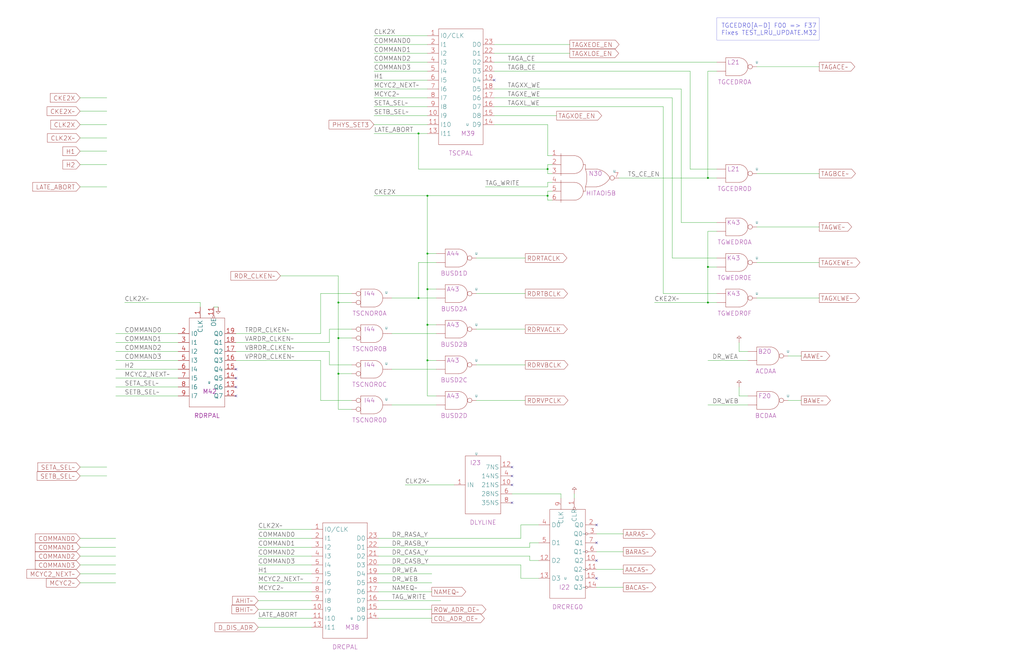
<source format=kicad_sch>
(kicad_sch (version 20220404) (generator eeschema)
  (paper "User" 584.2 378.46)
  (title_block (title "CONTROL\\nTAGSTORE CONTROL\\nRDR CLOCK GENERATION") (date "08-MAR-90") (rev "0.0") (comment 1 "MEM32 BOARD") (comment 2 "232-003066") (comment 3 "S400") (comment 4 "RELEASED"))
  (lib_symbols
    (symbol "r1000:DLY_35" (pin_names (offset 1.016))
      (property "Reference" "U" (at 2.54 5.08 0))
      (property "Value" "DLY_35" (at -1.27 -27.94 0))
      (property "Location" "___" (at -1.27 0 0))
      (property "Name" "______" (at 6.35 -35.56 0))
      (symbol "DLY_35_1_1"
        (rectangle (start -3.81 3.81) (end 16.51 -29.21))
        (pin input line (at -10.16 -12.7 0) (length 6.35) (name "IN") (number "1"))
        (pin output line (at 22.86 -12.7 180) (length 6.35) (name "21NS") (number "10"))
        (pin output line (at 22.86 -2.54 180) (length 6.35) (name "7NS") (number "12"))
        (pin output line (at 22.86 -7.62 180) (length 6.35) (name "14NS") (number "4"))
        (pin output line (at 22.86 -17.78 180) (length 6.35) (name "28NS") (number "6"))
        (pin output line (at 22.86 -22.86 180) (length 6.35) (name "35NS") (number "8"))
      )
    )
    (symbol "r1000:DRCPAL" (pin_names (offset 1.016))
      (property "Reference" "U" (at 2.54 5.08 0))
      (property "Value" "DRCPAL" (at -11.43 -5.08 0))
      (property "Location" "___" (at -1.27 0 0))
      (property "Name" "______" (at -1.27 -12.7 0))
      (symbol "DRCPAL_1_1"
        (rectangle (start -13.97 59.69) (end 11.43 -6.35))
        (pin input line (at -20.32 55.88 0) (length 6.35) (name "I0/CLK") (number "1"))
        (pin input line (at -20.32 10.16 0) (length 6.35) (name "I9") (number "10"))
        (pin input line (at -20.32 5.08 0) (length 6.35) (name "I10") (number "11"))
        (pin input line (at -20.32 0 0) (length 6.35) (name "I11") (number "13"))
        (pin output line (at 17.78 5.08 180) (length 6.35) (name "D9") (number "14"))
        (pin output line (at 17.78 10.16 180) (length 6.35) (name "D8") (number "15"))
        (pin output line (at 17.78 15.24 180) (length 6.35) (name "D7") (number "16"))
        (pin output line (at 17.78 20.32 180) (length 6.35) (name "D6") (number "17"))
        (pin output line (at 17.78 25.4 180) (length 6.35) (name "D5") (number "18"))
        (pin output line (at 17.78 30.48 180) (length 6.35) (name "D4") (number "19"))
        (pin input line (at -20.32 50.8 0) (length 6.35) (name "I1") (number "2"))
        (pin output line (at 17.78 35.56 180) (length 6.35) (name "D3") (number "20"))
        (pin output line (at 17.78 40.64 180) (length 6.35) (name "D2") (number "21"))
        (pin output line (at 17.78 45.72 180) (length 6.35) (name "D1") (number "22"))
        (pin output line (at 17.78 50.8 180) (length 6.35) (name "D0") (number "23"))
        (pin input line (at -20.32 45.72 0) (length 6.35) (name "I2") (number "3"))
        (pin input line (at -20.32 40.64 0) (length 6.35) (name "I3") (number "4"))
        (pin input line (at -20.32 35.56 0) (length 6.35) (name "I4") (number "5"))
        (pin input line (at -20.32 30.48 0) (length 6.35) (name "I5") (number "6"))
        (pin input line (at -20.32 25.4 0) (length 6.35) (name "I6") (number "7"))
        (pin input line (at -20.32 20.32 0) (length 6.35) (name "I7") (number "8"))
        (pin input line (at -20.32 15.24 0) (length 6.35) (name "I8") (number "9"))
      )
    )
    (symbol "r1000:F00" (pin_numbers hide) (pin_names hide)
      (property "Reference" "U" (at 15.24 0 0))
      (property "Value" "F00" (at 1.905 -5.08 0))
      (property "Location" "___" (at 1.905 0 0))
      (property "Name" "______" (at 2.54 -12.7 0))
      (symbol "F00_0_1"
        (polyline (pts (xy -2.54 -7.62) (xy 5.08 -7.62)) (stroke (width 0.1524)))
        (polyline (pts (xy -2.54 2.54) (xy -2.54 -7.62)) (stroke (width 0.1524)))
        (polyline (pts (xy -2.54 2.54) (xy 5.08 2.54)) (stroke (width 0.1524)))
        (arc (start 5.08 -7.62) (mid 10.1282 -2.54) (end 5.08 2.54) (stroke (width 0.1524)))
        (circle (center 11.43 -2.54) (radius 1.27) (stroke (width 0.1524)))
      )
      (symbol "F00_0_2"
        (circle (center -3.81 -5.08) (radius 1.27) (stroke (width 0.1524)))
        (circle (center -3.81 0) (radius 1.27) (stroke (width 0.1524)))
        (arc (start -3.175 -7.62) (mid -2.134 -2.54) (end -3.175 2.54) (stroke (width 0.1524)))
        (polyline (pts (xy -3.175 -7.62) (xy 3.81 -7.62)) (stroke (width 0.1524)))
        (polyline (pts (xy -3.175 2.54) (xy 3.81 2.54)) (stroke (width 0.1524)))
        (arc (start 3.81 -7.62) (mid 7.5855 -5.8306) (end 10.16 -2.54) (stroke (width 0.1524)))
        (arc (start 10.16 -2.54) (mid 7.5827 0.7471) (end 3.81 2.54) (stroke (width 0.1524)))
      )
      (symbol "F00_1_1"
        (pin input line (at -7.62 0 0) (length 5.08) (name "D0") (number "1"))
        (pin input line (at -7.62 -5.08 0) (length 5.08) (name "D1") (number "2"))
        (pin output line (at 15.24 -2.54 180) (length 2.54) (name "Q") (number "3"))
      )
      (symbol "F00_1_2"
        (pin input line (at -7.62 0 0) (length 2.54) (name "D0") (number "1"))
        (pin input line (at -7.62 -5.08 0) (length 2.54) (name "D1") (number "2"))
        (pin output line (at 15.24 -2.54 180) (length 5.08) (name "Q") (number "3"))
      )
    )
    (symbol "r1000:F02" (pin_numbers hide) (pin_names hide)
      (property "Reference" "U" (at 12.16 0.635 0))
      (property "Value" "F02" (at -1.27 -4.445 0))
      (property "Location" "___" (at 2.54 0 0))
      (property "Name" "______" (at 2.54 -12.7 0))
      (symbol "F02_0_1"
        (arc (start -3.81 -7.62) (mid -2.9847 -2.54) (end -3.81 2.54) (stroke (width 0.1524)))
        (polyline (pts (xy -5.08 -5.08) (xy -3.175 -5.08)) (stroke (width 0.1524)))
        (polyline (pts (xy -5.08 0) (xy -3.175 0)) (stroke (width 0.1524)))
        (polyline (pts (xy -3.81 -7.62) (xy 2.54 -7.62)) (stroke (width 0.1524)))
        (polyline (pts (xy -3.81 2.54) (xy 2.54 2.54)) (stroke (width 0.1524)))
        (polyline (pts (xy 13.97 -2.54) (xy 12.7 -2.54)) (stroke (width 0.1524)))
        (arc (start 2.54 -7.62) (mid 6.9515 -5.9823) (end 10.16 -2.54) (stroke (width 0.1524)))
        (arc (start 10.16 -2.54) (mid 6.9478 0.8966) (end 2.54 2.54) (stroke (width 0.1524)))
        (circle (center 11.43 -2.54) (radius 1.27) (stroke (width 0.1524)))
      )
      (symbol "F02_0_2"
        (circle (center -3.81 -5.08) (radius 1.27) (stroke (width 0.1524)))
        (circle (center -3.81 0) (radius 1.27) (stroke (width 0.1524)))
        (polyline (pts (xy -2.54 -7.62) (xy 5.08 -7.62)) (stroke (width 0.1524)))
        (polyline (pts (xy -2.54 2.54) (xy -2.54 -7.62)) (stroke (width 0.1524)))
        (polyline (pts (xy -2.54 2.54) (xy 5.08 2.54)) (stroke (width 0.1524)))
        (polyline (pts (xy 11.43 -2.54) (xy 10.16 -2.54)) (stroke (width 0.1524)))
        (polyline (pts (xy 11.43 -2.54) (xy 12.7 -2.54)) (stroke (width 0.1524)))
        (arc (start 5.08 -7.62) (mid 10.1282 -2.54) (end 5.08 2.54) (stroke (width 0.1524)))
      )
      (symbol "F02_1_1"
        (pin input line (at -7.62 0 0) (length 2.54) (name "D0") (number "1"))
        (pin input line (at -7.62 -5.08 0) (length 2.54) (name "D1") (number "2"))
        (pin output line (at 15.24 -2.54 180) (length 1.27) (name "Q") (number "3"))
      )
      (symbol "F02_1_2"
        (pin input line (at -7.62 0 0) (length 2.54) (name "D0") (number "1"))
        (pin input line (at -7.62 -5.08 0) (length 2.54) (name "D1") (number "2"))
        (pin output line (at 15.24 -2.54 180) (length 2.54) (name "Q") (number "3"))
      )
    )
    (symbol "r1000:F175" (pin_names (offset 1.016))
      (property "Reference" "U" (at 2.54 5.08 0))
      (property "Value" "F175" (at -1.27 -5.08 0))
      (property "Location" "___" (at -1.27 0 0))
      (property "Name" "______" (at 3.81 -12.7 0))
      (symbol "F175_1_1"
        (rectangle (start -6.35 44.45) (end 13.97 -6.35))
        (circle (center 7.62 45.085) (radius 0.635))
        (circle (center 14.605 0) (radius 0.635))
        (circle (center 14.605 10.16) (radius 0.635))
        (circle (center 14.605 20.32) (radius 0.635))
        (circle (center 14.605 30.48) (radius 0.635))
        (pin input line (at 7.62 50.8 270) (length 5.08) (name "CLR") (number "1"))
        (pin output line (at 20.32 15.24 180) (length 6.35) (name "Q2") (number "10"))
        (pin output line (at 20.32 10.16 180) (length 5.08) (name "Q2~") (number "11"))
        (pin input line (at -12.7 15.24 0) (length 6.35) (name "D2") (number "12"))
        (pin input line (at -12.7 5.08 0) (length 6.35) (name "D3") (number "13"))
        (pin output line (at 20.32 0 180) (length 5.08) (name "Q3~") (number "14"))
        (pin output line (at 20.32 5.08 180) (length 6.35) (name "Q3") (number "15"))
        (pin output line (at 20.32 35.56 180) (length 6.35) (name "Q0") (number "2"))
        (pin output line (at 20.32 30.48 180) (length 5.08) (name "Q0~") (number "3"))
        (pin input line (at -12.7 35.56 0) (length 6.35) (name "D0") (number "4"))
        (pin input line (at -12.7 25.4 0) (length 6.35) (name "D1") (number "5"))
        (pin output line (at 20.32 20.32 180) (length 5.08) (name "Q1~") (number "6"))
        (pin output line (at 20.32 25.4 180) (length 6.35) (name "Q1") (number "7"))
        (pin input line (at 0 50.8 270) (length 6.35) (name "CLK") (number "9"))
      )
    )
    (symbol "r1000:F37" (pin_numbers hide) (pin_names (offset 0) hide)
      (property "Reference" "U" (at 15.24 0 0))
      (property "Value" "F37" (at 1.905 -5.08 0))
      (property "Location" "___" (at 1.905 0 0))
      (property "Name" "______" (at 2.54 -12.7 0))
      (symbol "F37_0_1"
        (polyline (pts (xy -2.54 -7.62) (xy 5.08 -7.62)) (stroke (width 0.1524)))
        (polyline (pts (xy -2.54 2.54) (xy -2.54 -7.62)) (stroke (width 0.1524)))
        (polyline (pts (xy -2.54 2.54) (xy 5.08 2.54)) (stroke (width 0.1524)))
        (arc (start 5.08 -7.62) (mid 10.1282 -2.54) (end 5.08 2.54) (stroke (width 0.1524)))
        (circle (center 11.43 -2.54) (radius 1.27) (stroke (width 0.1524)))
      )
      (symbol "F37_0_2"
        (circle (center -3.81 -5.08) (radius 1.27) (stroke (width 0.1524)))
        (circle (center -3.81 0) (radius 1.27) (stroke (width 0.1524)))
        (arc (start -3.175 -7.62) (mid -2.134 -2.54) (end -3.175 2.54) (stroke (width 0.1524)))
        (polyline (pts (xy -3.175 -7.62) (xy 3.81 -7.62)) (stroke (width 0.1524)))
        (polyline (pts (xy -3.175 2.54) (xy 3.81 2.54)) (stroke (width 0.1524)))
        (arc (start 3.81 -7.62) (mid 7.5855 -5.8306) (end 10.16 -2.54) (stroke (width 0.1524)))
        (arc (start 10.16 -2.54) (mid 7.5827 0.7471) (end 3.81 2.54) (stroke (width 0.1524)))
      )
      (symbol "F37_1_1"
        (pin input line (at -7.62 0 0) (length 5.08) (name "D0") (number "1"))
        (pin input line (at -7.62 -5.08 0) (length 5.08) (name "D1") (number "2"))
        (pin output line (at 15.24 -2.54 180) (length 2.54) (name "Q") (number "3"))
      )
      (symbol "F37_1_2"
        (pin input line (at -7.62 0 0) (length 2.54) (name "D0") (number "1"))
        (pin input line (at -7.62 -5.08 0) (length 2.54) (name "D1") (number "2"))
        (pin output line (at 15.24 -2.54 180) (length 5.08) (name "Q") (number "3"))
      )
    )
    (symbol "r1000:F51" (pin_names hide)
      (property "Reference" "U" (at 12.7 1.27 0))
      (property "Value" "F51" (at 1.905 -5.08 0))
      (property "Location" "___" (at 1.905 0 0))
      (property "Name" "______" (at 5.08 -12.7 0))
      (symbol "F51_0_0"
        (arc (start -10.16 -15.24) (mid -6.5679 -13.7521) (end -5.08 -10.16) (stroke (width 0.1524)))
        (arc (start -10.16 0) (mid -6.5679 1.4879) (end -5.08 5.08) (stroke (width 0.1524)))
        (arc (start -5.08 -10.16) (mid -6.5679 -6.5679) (end -10.16 -5.08) (stroke (width 0.1524)))
        (arc (start -5.08 5.08) (mid -6.5679 8.6721) (end -10.16 10.16) (stroke (width 0.1524)))
        (arc (start -3.8173 -7.62) (mid -2.9926 -2.54) (end -3.8173 2.54) (stroke (width 0.1524)))
        (polyline (pts (xy -20.32 -15.24) (xy -17.78 -15.24)) (stroke (width 0.1524)))
        (polyline (pts (xy -20.32 -10.16) (xy -17.78 -10.16)) (stroke (width 0.1524)))
        (polyline (pts (xy -20.32 -5.08) (xy -17.78 -5.08)) (stroke (width 0.1524)))
        (polyline (pts (xy -20.32 0) (xy -17.78 0)) (stroke (width 0.1524)))
        (polyline (pts (xy -20.32 5.08) (xy -17.78 5.08)) (stroke (width 0.1524)))
        (polyline (pts (xy -20.32 10.16) (xy -17.78 10.16)) (stroke (width 0.1524)))
        (polyline (pts (xy -17.78 -3.81) (xy -17.78 -16.51)) (stroke (width 0.1524)))
        (polyline (pts (xy -17.78 11.43) (xy -17.78 -1.27)) (stroke (width 0.1524)))
        (polyline (pts (xy -10.16 -15.24) (xy -17.78 -15.24)) (stroke (width 0.1524)))
        (polyline (pts (xy -10.16 -5.08) (xy -17.78 -5.08)) (stroke (width 0.1524)))
        (polyline (pts (xy -10.16 0) (xy -17.78 0)) (stroke (width 0.1524)))
        (polyline (pts (xy -10.16 10.16) (xy -17.78 10.16)) (stroke (width 0.1524)))
        (polyline (pts (xy -3.81 -7.62) (xy 2.54 -7.62)) (stroke (width 0.1524)))
        (polyline (pts (xy -3.81 2.54) (xy 2.54 2.54)) (stroke (width 0.1524)))
        (polyline (pts (xy -5.08 -10.16) (xy -3.81 -10.16) (xy -3.81 -7.62)) (stroke (width 0.1524)))
        (polyline (pts (xy -5.08 5.08) (xy -3.81 5.08) (xy -3.81 2.54)) (stroke (width 0.1524)))
        (arc (start 2.54 -7.62) (mid 6.9504 -5.9805) (end 10.16 -2.54) (stroke (width 0.1524)))
        (arc (start 10.16 -2.54) (mid 6.9516 0.9024) (end 2.54 2.54) (stroke (width 0.1524)))
        (circle (center 11.43 -2.54) (radius 1.27) (stroke (width 0.1524)))
      )
      (symbol "F51_1_1"
        (pin input line (at -22.86 10.16 0) (length 2.54) (name "A1") (number "1"))
        (pin input line (at -22.86 5.08 0) (length 2.54) (name "A2") (number "2"))
        (pin input line (at -22.86 0 0) (length 2.54) (name "A3") (number "3"))
        (pin input line (at -22.86 -5.08 0) (length 2.54) (name "B1") (number "4"))
        (pin input line (at -22.86 -10.16 0) (length 2.54) (name "B2") (number "5"))
        (pin input line (at -22.86 -15.24 0) (length 2.54) (name "B3") (number "6"))
        (pin output line (at 15.24 -2.54 180) (length 2.54) (name "Q") (number "7"))
      )
    )
    (symbol "r1000:PD" (power) (pin_numbers hide) (pin_names hide) (in_bom no)
      (symbol "PD_0_1"
        (polyline (pts (xy 0 -2.54) (xy 1.27 -2.54) (xy 0 -3.81) (xy -1.27 -2.54) (xy 0 -2.54)) (stroke (width 0.1524)))
      )
      (symbol "PD_1_1"
        (pin power_in line (at 0 0 270) (length 2.54) (name "PD") (number "1"))
      )
    )
    (symbol "r1000:PU" (power) (pin_numbers hide) (pin_names hide)
      (symbol "PU_0_1"
        (polyline (pts (xy 0 2.54) (xy -1.27 2.54) (xy 0 3.81) (xy 1.27 2.54) (xy 0 2.54)) (stroke (width 0.1524)))
      )
      (symbol "PU_1_1"
        (pin power_in line (at 0 0 90) (length 2.54) (name "PU") (number "1"))
      )
    )
    (symbol "r1000:RDRPAL" (pin_names (offset 1.016))
      (property "Reference" "U" (at 2.54 5.08 0))
      (property "Value" "RDRPAL" (at -6.35 -7.62 0))
      (property "Location" "___" (at -1.27 0 0))
      (property "Name" "______" (at 1.27 -15.24 0))
      (symbol "RDRPAL_1_1"
        (rectangle (start -8.89 41.91) (end 11.43 -8.89))
        (circle (center 5.08 42.545) (radius 0.635))
        (pin input line (at -2.54 48.26 270) (length 6.35) (name "CLK") (number "1"))
        (pin input line (at 5.08 48.26 270) (length 5.08) (name "OE") (number "11"))
        (pin output line (at 17.78 -2.54 180) (length 6.35) (name "Q7") (number "12"))
        (pin output line (at 17.78 2.54 180) (length 6.35) (name "Q6") (number "13"))
        (pin output line (at 17.78 7.62 180) (length 6.35) (name "Q5") (number "14"))
        (pin output line (at 17.78 12.7 180) (length 6.35) (name "Q4") (number "15"))
        (pin output line (at 17.78 17.78 180) (length 6.35) (name "Q3") (number "16"))
        (pin output line (at 17.78 22.86 180) (length 6.35) (name "Q2") (number "17"))
        (pin output line (at 17.78 27.94 180) (length 6.35) (name "Q1") (number "18"))
        (pin output line (at 17.78 33.02 180) (length 6.35) (name "Q0") (number "19"))
        (pin input line (at -15.24 33.02 0) (length 6.35) (name "I0") (number "2"))
        (pin input line (at -15.24 27.94 0) (length 6.35) (name "I1") (number "3"))
        (pin input line (at -15.24 22.86 0) (length 6.35) (name "I2") (number "4"))
        (pin input line (at -15.24 17.78 0) (length 6.35) (name "I3") (number "5"))
        (pin input line (at -15.24 12.7 0) (length 6.35) (name "I4") (number "6"))
        (pin input line (at -15.24 7.62 0) (length 6.35) (name "I5") (number "7"))
        (pin input line (at -15.24 2.54 0) (length 6.35) (name "I6") (number "8"))
        (pin input line (at -15.24 -2.54 0) (length 6.35) (name "I7") (number "9"))
      )
    )
    (symbol "r1000:TSCPAL" (pin_names (offset 1.016))
      (property "Reference" "U" (at 2.54 5.08 0))
      (property "Value" "TSCPAL" (at -11.43 -5.08 0))
      (property "Location" "___" (at -1.27 0 0))
      (property "Name" "______" (at -1.27 -12.7 0))
      (symbol "TSCPAL_1_1"
        (rectangle (start -13.97 59.69) (end 11.43 -6.35))
        (pin input line (at -20.32 55.88 0) (length 6.35) (name "I0/CLK") (number "1"))
        (pin input line (at -20.32 10.16 0) (length 6.35) (name "I9") (number "10"))
        (pin input line (at -20.32 5.08 0) (length 6.35) (name "I10") (number "11"))
        (pin input line (at -20.32 0 0) (length 6.35) (name "I11") (number "13"))
        (pin output line (at 17.78 5.08 180) (length 6.35) (name "D9") (number "14"))
        (pin output line (at 17.78 10.16 180) (length 6.35) (name "D8") (number "15"))
        (pin output line (at 17.78 15.24 180) (length 6.35) (name "D7") (number "16"))
        (pin output line (at 17.78 20.32 180) (length 6.35) (name "D6") (number "17"))
        (pin output line (at 17.78 25.4 180) (length 6.35) (name "D5") (number "18"))
        (pin output line (at 17.78 30.48 180) (length 6.35) (name "D4") (number "19"))
        (pin input line (at -20.32 50.8 0) (length 6.35) (name "I1") (number "2"))
        (pin output line (at 17.78 35.56 180) (length 6.35) (name "D3") (number "20"))
        (pin output line (at 17.78 40.64 180) (length 6.35) (name "D2") (number "21"))
        (pin output line (at 17.78 45.72 180) (length 6.35) (name "D1") (number "22"))
        (pin output line (at 17.78 50.8 180) (length 6.35) (name "D0") (number "23"))
        (pin input line (at -20.32 45.72 0) (length 6.35) (name "I2") (number "3"))
        (pin input line (at -20.32 40.64 0) (length 6.35) (name "I3") (number "4"))
        (pin input line (at -20.32 35.56 0) (length 6.35) (name "I4") (number "5"))
        (pin input line (at -20.32 30.48 0) (length 6.35) (name "I5") (number "6"))
        (pin input line (at -20.32 25.4 0) (length 6.35) (name "I6") (number "7"))
        (pin input line (at -20.32 20.32 0) (length 6.35) (name "I7") (number "8"))
        (pin input line (at -20.32 15.24 0) (length 6.35) (name "I8") (number "9"))
      )
    )
  )
  (junction (at 238.76 76.2))
  (junction (at 193.04 213.36))
  (junction (at 312.42 96.52))
  (junction (at 243.84 205.74))
  (junction (at 403.86 172.72))
  (junction (at 403.86 101.6))
  (junction (at 243.84 111.76))
  (junction (at 193.04 172.72))
  (junction (at 238.76 170.18))
  (junction (at 403.86 152.4))
  (junction (at 312.42 111.76))
  (junction (at 243.84 165.1))
  (junction (at 243.84 185.42))
  (junction (at 243.84 144.78))
  (junction (at 193.04 193.04))
  (no_connect (at 340.36 320.04))
  (no_connect (at 292.1 271.78))
  (no_connect (at 134.62 220.98))
  (no_connect (at 281.94 45.72))
  (no_connect (at 134.62 215.9))
  (no_connect (at 340.36 299.72))
  (no_connect (at 134.62 226.06))
  (no_connect (at 292.1 276.86))
  (no_connect (at 134.62 210.82))
  (no_connect (at 292.1 287.02))
  (no_connect (at 292.1 266.7))
  (no_connect (at 340.36 309.88))
  (no_connect (at 340.36 330.2))
  (wire (pts (xy 276.86 106.68) (xy 312.42 106.68)))
  (wire (pts (xy 243.84 111.76) (xy 312.42 111.76)))
  (wire (pts (xy 312.42 93.98) (xy 314.96 93.98)))
  (wire (pts (xy 147.32 317.5) (xy 177.8 317.5)))
  (wire (pts (xy 243.84 165.1) (xy 248.92 165.1)))
  (wire (pts (xy 45.72 327.66) (xy 66.04 327.66)))
  (wire (pts (xy 431.8 129.54) (xy 467.36 129.54)))
  (wire (pts (xy 243.84 144.78) (xy 243.84 165.1)))
  (polyline (pts (xy 408.94 10.16) (xy 408.94 22.86)) (stroke (width 0.0243)))
  (wire (pts (xy 426.72 226.06) (xy 421.64 226.06)))
  (wire (pts (xy 193.04 157.48) (xy 193.04 172.72)))
  (wire (pts (xy 403.86 172.72) (xy 408.94 172.72)))
  (wire (pts (xy 243.84 226.06) (xy 248.92 226.06)))
  (wire (pts (xy 66.04 205.74) (xy 101.6 205.74)))
  (wire (pts (xy 302.26 317.5) (xy 302.26 320.04)))
  (wire (pts (xy 312.42 96.52) (xy 238.76 96.52)))
  (wire (pts (xy 193.04 213.36) (xy 193.04 233.68)))
  (polyline (pts (xy 467.36 10.16) (xy 467.36 22.86)) (stroke (width 0.0243)))
  (wire (pts (xy 271.78 228.6) (xy 299.72 228.6)))
  (wire (pts (xy 213.36 50.8) (xy 243.84 50.8)))
  (wire (pts (xy 340.36 304.8) (xy 355.6 304.8)))
  (wire (pts (xy 312.42 106.68) (xy 312.42 104.14)))
  (wire (pts (xy 312.42 114.3) (xy 312.42 111.76)))
  (wire (pts (xy 223.52 170.18) (xy 238.76 170.18)))
  (wire (pts (xy 182.88 228.6) (xy 200.66 228.6)))
  (wire (pts (xy 403.86 101.6) (xy 408.94 101.6)))
  (wire (pts (xy 403.86 205.74) (xy 426.72 205.74)))
  (wire (pts (xy 213.36 66.04) (xy 243.84 66.04)))
  (wire (pts (xy 193.04 213.36) (xy 200.66 213.36)))
  (wire (pts (xy 281.94 60.96) (xy 378.46 60.96)))
  (wire (pts (xy 243.84 144.78) (xy 248.92 144.78)))
  (wire (pts (xy 449.58 203.2) (xy 457.2 203.2)))
  (wire (pts (xy 215.9 353.06) (xy 246.38 353.06)))
  (wire (pts (xy 243.84 185.42) (xy 248.92 185.42)))
  (wire (pts (xy 213.36 25.4) (xy 243.84 25.4)))
  (wire (pts (xy 147.32 332.74) (xy 177.8 332.74)))
  (wire (pts (xy 187.96 200.66) (xy 134.62 200.66)))
  (wire (pts (xy 187.96 187.96) (xy 200.66 187.96)))
  (wire (pts (xy 213.36 35.56) (xy 243.84 35.56)))
  (wire (pts (xy 281.94 40.64) (xy 393.7 40.64)))
  (wire (pts (xy 271.78 147.32) (xy 299.72 147.32)))
  (wire (pts (xy 312.42 88.9) (xy 312.42 71.12)))
  (wire (pts (xy 383.54 147.32) (xy 408.94 147.32)))
  (wire (pts (xy 312.42 104.14) (xy 314.96 104.14)))
  (wire (pts (xy 45.72 312.42) (xy 66.04 312.42)))
  (wire (pts (xy 243.84 205.74) (xy 243.84 226.06)))
  (wire (pts (xy 71.12 172.72) (xy 114.3 172.72)))
  (wire (pts (xy 383.54 55.88) (xy 383.54 147.32)))
  (wire (pts (xy 327.66 281.94) (xy 327.66 284.48)))
  (wire (pts (xy 213.36 40.64) (xy 243.84 40.64)))
  (wire (pts (xy 431.8 170.18) (xy 467.36 170.18)))
  (wire (pts (xy 271.78 187.96) (xy 299.72 187.96)))
  (wire (pts (xy 297.18 307.34) (xy 297.18 299.72)))
  (wire (pts (xy 45.72 86.36) (xy 60.96 86.36)))
  (wire (pts (xy 281.94 71.12) (xy 312.42 71.12)))
  (wire (pts (xy 403.86 172.72) (xy 403.86 152.4)))
  (wire (pts (xy 114.3 172.72) (xy 114.3 175.26)))
  (wire (pts (xy 281.94 30.48) (xy 325.12 30.48)))
  (wire (pts (xy 66.04 210.82) (xy 101.6 210.82)))
  (wire (pts (xy 238.76 170.18) (xy 248.92 170.18)))
  (wire (pts (xy 238.76 149.86) (xy 248.92 149.86)))
  (wire (pts (xy 297.18 299.72) (xy 307.34 299.72)))
  (wire (pts (xy 281.94 66.04) (xy 317.5 66.04)))
  (wire (pts (xy 213.36 111.76) (xy 243.84 111.76)))
  (wire (pts (xy 292.1 281.94) (xy 320.04 281.94)))
  (wire (pts (xy 215.9 317.5) (xy 302.26 317.5)))
  (wire (pts (xy 403.86 152.4) (xy 408.94 152.4)))
  (wire (pts (xy 66.04 200.66) (xy 101.6 200.66)))
  (wire (pts (xy 215.9 342.9) (xy 251.46 342.9)))
  (wire (pts (xy 45.72 78.74) (xy 60.96 78.74)))
  (wire (pts (xy 238.76 170.18) (xy 238.76 149.86)))
  (wire (pts (xy 431.8 149.86) (xy 467.36 149.86)))
  (wire (pts (xy 193.04 172.72) (xy 200.66 172.72)))
  (wire (pts (xy 340.36 335.28) (xy 355.6 335.28)))
  (wire (pts (xy 403.86 40.64) (xy 403.86 101.6)))
  (wire (pts (xy 378.46 167.64) (xy 408.94 167.64)))
  (wire (pts (xy 243.84 165.1) (xy 243.84 185.42)))
  (wire (pts (xy 426.72 200.66) (xy 421.64 200.66)))
  (wire (pts (xy 231.14 276.86) (xy 259.08 276.86)))
  (wire (pts (xy 187.96 195.58) (xy 187.96 187.96)))
  (wire (pts (xy 215.9 337.82) (xy 246.38 337.82)))
  (wire (pts (xy 66.04 215.9) (xy 101.6 215.9)))
  (wire (pts (xy 302.26 309.88) (xy 307.34 309.88)))
  (wire (pts (xy 147.32 347.98) (xy 177.8 347.98)))
  (wire (pts (xy 340.36 325.12) (xy 355.6 325.12)))
  (wire (pts (xy 193.04 193.04) (xy 200.66 193.04)))
  (wire (pts (xy 393.7 96.52) (xy 408.94 96.52)))
  (wire (pts (xy 314.96 88.9) (xy 312.42 88.9)))
  (wire (pts (xy 45.72 307.34) (xy 66.04 307.34)))
  (wire (pts (xy 215.9 322.58) (xy 297.18 322.58)))
  (wire (pts (xy 421.64 220.98) (xy 421.64 226.06)))
  (wire (pts (xy 312.42 109.22) (xy 314.96 109.22)))
  (wire (pts (xy 215.9 347.98) (xy 246.38 347.98)))
  (wire (pts (xy 403.86 132.08) (xy 408.94 132.08)))
  (wire (pts (xy 314.96 99.06) (xy 312.42 99.06)))
  (wire (pts (xy 187.96 208.28) (xy 187.96 200.66)))
  (wire (pts (xy 215.9 307.34) (xy 297.18 307.34)))
  (wire (pts (xy 200.66 167.64) (xy 182.88 167.64)))
  (wire (pts (xy 121.92 175.26) (xy 124.46 175.26)))
  (wire (pts (xy 281.94 55.88) (xy 383.54 55.88)))
  (wire (pts (xy 147.32 327.66) (xy 177.8 327.66)))
  (wire (pts (xy 66.04 195.58) (xy 101.6 195.58)))
  (wire (pts (xy 45.72 106.68) (xy 60.96 106.68)))
  (wire (pts (xy 213.36 76.2) (xy 238.76 76.2)))
  (wire (pts (xy 215.9 312.42) (xy 302.26 312.42)))
  (wire (pts (xy 66.04 190.5) (xy 101.6 190.5)))
  (wire (pts (xy 215.9 332.74) (xy 246.38 332.74)))
  (wire (pts (xy 302.26 320.04) (xy 307.34 320.04)))
  (wire (pts (xy 182.88 167.64) (xy 182.88 190.5)))
  (wire (pts (xy 45.72 322.58) (xy 66.04 322.58)))
  (wire (pts (xy 312.42 99.06) (xy 312.42 96.52)))
  (wire (pts (xy 45.72 271.78) (xy 60.96 271.78)))
  (wire (pts (xy 223.52 190.5) (xy 248.92 190.5)))
  (wire (pts (xy 314.96 114.3) (xy 312.42 114.3)))
  (wire (pts (xy 200.66 208.28) (xy 187.96 208.28)))
  (wire (pts (xy 182.88 190.5) (xy 134.62 190.5)))
  (wire (pts (xy 147.32 342.9) (xy 177.8 342.9)))
  (wire (pts (xy 373.38 172.72) (xy 403.86 172.72)))
  (wire (pts (xy 403.86 132.08) (xy 403.86 152.4)))
  (wire (pts (xy 66.04 220.98) (xy 101.6 220.98)))
  (wire (pts (xy 45.72 55.88) (xy 60.96 55.88)))
  (wire (pts (xy 134.62 195.58) (xy 187.96 195.58)))
  (wire (pts (xy 238.76 76.2) (xy 243.84 76.2)))
  (wire (pts (xy 388.62 50.8) (xy 388.62 127)))
  (wire (pts (xy 388.62 127) (xy 408.94 127)))
  (wire (pts (xy 238.76 96.52) (xy 238.76 76.2)))
  (wire (pts (xy 312.42 96.52) (xy 312.42 93.98)))
  (wire (pts (xy 213.36 55.88) (xy 243.84 55.88)))
  (wire (pts (xy 193.04 172.72) (xy 193.04 193.04)))
  (wire (pts (xy 147.32 322.58) (xy 177.8 322.58)))
  (wire (pts (xy 45.72 63.5) (xy 60.96 63.5)))
  (wire (pts (xy 182.88 205.74) (xy 182.88 228.6)))
  (wire (pts (xy 243.84 111.76) (xy 243.84 144.78)))
  (wire (pts (xy 147.32 302.26) (xy 177.8 302.26)))
  (wire (pts (xy 213.36 20.32) (xy 243.84 20.32)))
  (wire (pts (xy 393.7 40.64) (xy 393.7 96.52)))
  (wire (pts (xy 223.52 231.14) (xy 248.92 231.14)))
  (wire (pts (xy 281.94 50.8) (xy 388.62 50.8)))
  (wire (pts (xy 213.36 30.48) (xy 243.84 30.48)))
  (wire (pts (xy 403.86 231.14) (xy 426.72 231.14)))
  (wire (pts (xy 378.46 60.96) (xy 378.46 167.64)))
  (polyline (pts (xy 408.94 10.16) (xy 467.36 10.16)) (stroke (width 0.0243)))
  (wire (pts (xy 193.04 193.04) (xy 193.04 213.36)))
  (wire (pts (xy 147.32 358.14) (xy 177.8 358.14)))
  (wire (pts (xy 45.72 317.5) (xy 66.04 317.5)))
  (wire (pts (xy 340.36 314.96) (xy 355.6 314.96)))
  (wire (pts (xy 353.06 101.6) (xy 403.86 101.6)))
  (wire (pts (xy 302.26 312.42) (xy 302.26 309.88)))
  (wire (pts (xy 421.64 195.58) (xy 421.64 200.66)))
  (wire (pts (xy 160.02 157.48) (xy 193.04 157.48)))
  (wire (pts (xy 431.8 99.06) (xy 467.36 99.06)))
  (wire (pts (xy 243.84 185.42) (xy 243.84 205.74)))
  (wire (pts (xy 297.18 330.2) (xy 307.34 330.2)))
  (wire (pts (xy 134.62 205.74) (xy 182.88 205.74)))
  (wire (pts (xy 320.04 281.94) (xy 320.04 284.48)))
  (wire (pts (xy 243.84 205.74) (xy 248.92 205.74)))
  (wire (pts (xy 281.94 35.56) (xy 408.94 35.56)))
  (wire (pts (xy 213.36 45.72) (xy 243.84 45.72)))
  (wire (pts (xy 45.72 93.98) (xy 60.96 93.98)))
  (wire (pts (xy 213.36 71.12) (xy 243.84 71.12)))
  (wire (pts (xy 281.94 25.4) (xy 325.12 25.4)))
  (wire (pts (xy 147.32 312.42) (xy 177.8 312.42)))
  (wire (pts (xy 408.94 40.64) (xy 403.86 40.64)))
  (wire (pts (xy 193.04 233.68) (xy 200.66 233.68)))
  (wire (pts (xy 213.36 60.96) (xy 243.84 60.96)))
  (wire (pts (xy 271.78 167.64) (xy 299.72 167.64)))
  (wire (pts (xy 147.32 353.06) (xy 177.8 353.06)))
  (wire (pts (xy 66.04 226.06) (xy 101.6 226.06)))
  (wire (pts (xy 45.72 332.74) (xy 66.04 332.74)))
  (wire (pts (xy 215.9 327.66) (xy 246.38 327.66)))
  (wire (pts (xy 45.72 71.12) (xy 60.96 71.12)))
  (wire (pts (xy 449.58 228.6) (xy 457.2 228.6)))
  (polyline (pts (xy 467.36 22.86) (xy 408.94 22.86)) (stroke (width 0.0243)))
  (wire (pts (xy 297.18 322.58) (xy 297.18 330.2)))
  (wire (pts (xy 147.32 307.34) (xy 177.8 307.34)))
  (wire (pts (xy 45.72 266.7) (xy 60.96 266.7)))
  (wire (pts (xy 223.52 210.82) (xy 248.92 210.82)))
  (wire (pts (xy 271.78 208.28) (xy 299.72 208.28)))
  (wire (pts (xy 147.32 337.82) (xy 177.8 337.82)))
  (wire (pts (xy 431.8 38.1) (xy 467.36 38.1)))
  (wire (pts (xy 312.42 111.76) (xy 312.42 109.22)))
  (text "TGCEDR0[A-D] F00 => F37\nFixes TEST_LRU_UPDATE.M32" (at 411.48 20.32 0) (effects (font (size 2.54 2.54)) (justify left bottom)))
  (label "CLK2X" (at 213.36 20.32 0) (effects (font (size 2.54 2.54))))
  (label "DR_CASB_Y" (at 223.52 322.58 0) (effects (font (size 2.54 2.54))))
  (label "COMMAND3" (at 213.36 40.64 0) (effects (font (size 2.54 2.54))))
  (label "TAGXE_WE" (at 289.56 55.88 0) (effects (font (size 2.54 2.54))))
  (label "TAGB_CE" (at 289.56 40.64 0) (effects (font (size 2.54 2.54))))
  (label "H1" (at 147.32 327.66 0) (effects (font (size 2.54 2.54))))
  (label "SETB_SEL~" (at 71.12 226.06 0) (effects (font (size 2.54 2.54))))
  (label "NAMEQ~" (at 223.52 337.82 0) (effects (font (size 2.54 2.54))))
  (label "DR_WEA" (at 406.4 205.74 0) (effects (font (size 2.54 2.54))))
  (label "DR_WEA" (at 223.52 327.66 0) (effects (font (size 2.54 2.54))))
  (label "COMMAND2" (at 71.12 200.66 0) (effects (font (size 2.54 2.54))))
  (label "SETA_SEL~" (at 213.36 60.96 0) (effects (font (size 2.54 2.54))))
  (label "VBRDR_CLKEN~" (at 139.7 200.66 0) (effects (font (size 2.54 2.54))))
  (label "DR_WEB" (at 406.4 231.14 0) (effects (font (size 2.54 2.54))))
  (label "COMMAND3" (at 147.32 322.58 0) (effects (font (size 2.54 2.54))))
  (label "COMMAND2" (at 147.32 317.5 0) (effects (font (size 2.54 2.54))))
  (label "DR_RASB_Y" (at 223.52 312.42 0) (effects (font (size 2.54 2.54))))
  (label "TAGXX_WE" (at 289.56 50.8 0) (effects (font (size 2.54 2.54))))
  (label "CKE2X" (at 213.36 111.76 0) (effects (font (size 2.54 2.54))))
  (label "COMMAND0" (at 213.36 25.4 0) (effects (font (size 2.54 2.54))))
  (label "COMMAND0" (at 147.32 307.34 0) (effects (font (size 2.54 2.54))))
  (label "H1" (at 213.36 45.72 0) (effects (font (size 2.54 2.54))))
  (label "TAG_WRITE" (at 276.86 106.68 0) (effects (font (size 2.54 2.54))))
  (label "TAGA_CE" (at 289.56 35.56 0) (effects (font (size 2.54 2.54))))
  (label "CKE2X~" (at 373.38 172.72 0) (effects (font (size 2.54 2.54))))
  (label "COMMAND0" (at 71.12 190.5 0) (effects (font (size 2.54 2.54))))
  (label "DR_CASA_Y" (at 223.52 317.5 0) (effects (font (size 2.54 2.54))))
  (label "CLK2X~" (at 147.32 302.26 0) (effects (font (size 2.54 2.54))))
  (label "H2" (at 71.12 210.82 0) (effects (font (size 2.54 2.54))))
  (label "VPRDR_CLKEN~" (at 139.7 205.74 0) (effects (font (size 2.54 2.54))))
  (label "LATE_ABORT" (at 213.36 76.2 0) (effects (font (size 2.54 2.54))))
  (label "COMMAND2" (at 213.36 35.56 0) (effects (font (size 2.54 2.54))))
  (label "MCYC2_NEXT~" (at 213.36 50.8 0) (effects (font (size 2.54 2.54))))
  (label "TAGXL_WE" (at 289.56 60.96 0) (effects (font (size 2.54 2.54))))
  (label "TS_CE_EN" (at 358.14 101.6 0) (effects (font (size 2.54 2.54))))
  (label "COMMAND3" (at 71.12 205.74 0) (effects (font (size 2.54 2.54))))
  (label "LATE_ABORT" (at 147.32 353.06 0) (effects (font (size 2.54 2.54))))
  (label "DR_WEB" (at 223.52 332.74 0) (effects (font (size 2.54 2.54))))
  (label "MCYC2~" (at 213.36 55.88 0) (effects (font (size 2.54 2.54))))
  (label "CLK2X~" (at 71.12 172.72 0) (effects (font (size 2.54 2.54))))
  (label "MCYC2_NEXT~" (at 147.32 332.74 0) (effects (font (size 2.54 2.54))))
  (label "COMMAND1" (at 213.36 30.48 0) (effects (font (size 2.54 2.54))))
  (label "DR_RASA_Y" (at 223.52 307.34 0) (effects (font (size 2.54 2.54))))
  (label "MCYC2~" (at 147.32 337.82 0) (effects (font (size 2.54 2.54))))
  (label "MCYC2_NEXT~" (at 71.12 215.9 0) (effects (font (size 2.54 2.54))))
  (label "SETB_SEL~" (at 213.36 66.04 0) (effects (font (size 2.54 2.54))))
  (label "COMMAND1" (at 147.32 312.42 0) (effects (font (size 2.54 2.54))))
  (label "COMMAND1" (at 71.12 195.58 0) (effects (font (size 2.54 2.54))))
  (label "SETA_SEL~" (at 71.12 220.98 0) (effects (font (size 2.54 2.54))))
  (label "TRDR_CLKEN~" (at 139.7 190.5 0) (effects (font (size 2.54 2.54))))
  (label "TAG_WRITE" (at 223.52 342.9 0) (effects (font (size 2.54 2.54))))
  (label "VARDR_CLKEN~" (at 139.7 195.58 0) (effects (font (size 2.54 2.54))))
  (label "CLK2X~" (at 231.14 276.86 0) (effects (font (size 2.54 2.54))))
  (global_label "H1" (shape input) (at 45.72 86.36 180) (effects (font (size 2.54 2.54))) (property "Intersheet References" "${INTERSHEET_REFS}" (at 35.814 86.2013 0) (effects (font (size 1.905 1.905)) (justify right))))
  (global_label "MCYC2_NEXT~" (shape input) (at 45.72 327.66 180) (effects (font (size 2.54 2.54))) (property "Intersheet References" "${INTERSHEET_REFS}" (at 15.2521 327.5013 0) (effects (font (size 1.905 1.905)) (justify right))))
  (global_label "D_DIS_ADR" (shape input) (at 147.32 358.14 180) (effects (font (size 2.54 2.54))) (property "Intersheet References" "${INTERSHEET_REFS}" (at 122.6578 357.9813 0) (effects (font (size 1.905 1.905)) (justify right))))
  (global_label "TAGBCE~" (shape output) (at 467.36 99.06 0) (effects (font (size 2.54 2.54))) (property "Intersheet References" "${INTERSHEET_REFS}" (at 490.4498 98.9013 0) (effects (font (size 1.905 1.905)) (justify left))))
  (global_label "AARAS~" (shape output) (at 355.6 304.8 0) (effects (font (size 2.54 2.54))) (property "Intersheet References" "${INTERSHEET_REFS}" (at 373.7308 304.6413 0) (effects (font (size 1.905 1.905)) (justify left))))
  (global_label "NAMEQ~" (shape output) (at 246.38 337.82 0) (effects (font (size 2.54 2.54))) (property "Intersheet References" "${INTERSHEET_REFS}" (at 265.7203 337.6613 0) (effects (font (size 1.905 1.905)) (justify left))))
  (global_label "RDRVACLK" (shape output) (at 299.72 187.96 0) (effects (font (size 2.54 2.54))) (property "Intersheet References" "${INTERSHEET_REFS}" (at 323.6565 187.8013 0) (effects (font (size 1.905 1.905)) (justify left))))
  (global_label "AHIT~" (shape input) (at 147.32 342.9 180) (effects (font (size 2.54 2.54))) (property "Intersheet References" "${INTERSHEET_REFS}" (at 132.6969 342.7413 0) (effects (font (size 1.905 1.905)) (justify right))))
  (global_label "TAGWE~" (shape output) (at 467.36 129.54 0) (effects (font (size 2.54 2.54))) (property "Intersheet References" "${INTERSHEET_REFS}" (at 490.4498 129.3813 0) (effects (font (size 1.905 1.905)) (justify left))))
  (global_label "COMMAND2" (shape input) (at 45.72 317.5 180) (effects (font (size 2.54 2.54))) (property "Intersheet References" "${INTERSHEET_REFS}" (at 20.0902 317.3413 0) (effects (font (size 1.905 1.905)) (justify right))))
  (global_label "RDRVPCLK" (shape output) (at 299.72 228.6 0) (effects (font (size 2.54 2.54))) (property "Intersheet References" "${INTERSHEET_REFS}" (at 324.0193 228.4413 0) (effects (font (size 1.905 1.905)) (justify left))))
  (global_label "TAGXLWE~" (shape output) (at 467.36 170.18 0) (effects (font (size 2.54 2.54))) (property "Intersheet References" "${INTERSHEET_REFS}" (at 490.3289 170.0213 0) (effects (font (size 1.905 1.905)) (justify left))))
  (global_label "COMMAND1" (shape input) (at 45.72 312.42 180) (effects (font (size 2.54 2.54))) (property "Intersheet References" "${INTERSHEET_REFS}" (at 20.0902 312.2613 0) (effects (font (size 1.905 1.905)) (justify right))))
  (global_label "COL_ADR_OE~" (shape output) (at 246.38 353.06 0) (effects (font (size 2.54 2.54))) (property "Intersheet References" "${INTERSHEET_REFS}" (at 276.3641 352.9013 0) (effects (font (size 1.905 1.905)) (justify left))))
  (global_label "BARAS~" (shape output) (at 355.6 314.96 0) (effects (font (size 2.54 2.54))) (property "Intersheet References" "${INTERSHEET_REFS}" (at 374.0936 314.8013 0) (effects (font (size 1.905 1.905)) (justify left))))
  (global_label "CKE2X" (shape input) (at 45.72 55.88 180) (effects (font (size 2.54 2.54))) (property "Intersheet References" "${INTERSHEET_REFS}" (at 21.7835 55.7213 0) (effects (font (size 1.905 1.905)) (justify right))))
  (global_label "COMMAND0" (shape input) (at 45.72 307.34 180) (effects (font (size 2.54 2.54))) (property "Intersheet References" "${INTERSHEET_REFS}" (at 20.0902 307.1813 0) (effects (font (size 1.905 1.905)) (justify right))))
  (global_label "TAGXEOE_EN" (shape output) (at 325.12 25.4 0) (effects (font (size 2.54 2.54))) (property "Intersheet References" "${INTERSHEET_REFS}" (at 353.1689 25.2413 0) (effects (font (size 1.905 1.905)) (justify left))))
  (global_label "BHIT~" (shape input) (at 147.32 347.98 180) (effects (font (size 2.54 2.54))) (property "Intersheet References" "${INTERSHEET_REFS}" (at 132.334 347.8213 0) (effects (font (size 1.905 1.905)) (justify right))))
  (global_label "AAWE~" (shape output) (at 457.2 203.2 0) (effects (font (size 2.54 2.54))) (property "Intersheet References" "${INTERSHEET_REFS}" (at 473.3955 203.0413 0) (effects (font (size 1.905 1.905)) (justify left))))
  (global_label "SETA_SEL~" (shape input) (at 45.72 266.7 180) (effects (font (size 2.54 2.54))) (property "Intersheet References" "${INTERSHEET_REFS}" (at 21.5416 266.5413 0) (effects (font (size 1.905 1.905)) (justify right))))
  (global_label "MCYC2~" (shape input) (at 45.72 332.74 180) (effects (font (size 2.54 2.54))) (property "Intersheet References" "${INTERSHEET_REFS}" (at 26.5007 332.5813 0) (effects (font (size 1.905 1.905)) (justify right))))
  (global_label "AACAS~" (shape output) (at 355.6 325.12 0) (effects (font (size 2.54 2.54))) (property "Intersheet References" "${INTERSHEET_REFS}" (at 373.7308 324.9613 0) (effects (font (size 1.905 1.905)) (justify left))))
  (global_label "RDRVBCLK" (shape output) (at 299.72 208.28 0) (effects (font (size 2.54 2.54))) (property "Intersheet References" "${INTERSHEET_REFS}" (at 324.0193 208.1213 0) (effects (font (size 1.905 1.905)) (justify left))))
  (global_label "CLK2X" (shape input) (at 45.72 71.12 180) (effects (font (size 2.54 2.54))) (property "Intersheet References" "${INTERSHEET_REFS}" (at 22.0254 70.9613 0) (effects (font (size 1.905 1.905)) (justify right))))
  (global_label "RDRTBCLK" (shape output) (at 299.72 167.64 0) (effects (font (size 2.54 2.54))) (property "Intersheet References" "${INTERSHEET_REFS}" (at 323.7774 167.4813 0) (effects (font (size 1.905 1.905)) (justify left))))
  (global_label "SETB_SEL~" (shape input) (at 45.72 271.78 180) (effects (font (size 2.54 2.54))) (property "Intersheet References" "${INTERSHEET_REFS}" (at 21.1788 271.6213 0) (effects (font (size 1.905 1.905)) (justify right))))
  (global_label "RDR_CLKEN~" (shape input) (at 160.02 157.48 180) (effects (font (size 2.54 2.54))) (property "Intersheet References" "${INTERSHEET_REFS}" (at 131.7292 157.3213 0) (effects (font (size 1.905 1.905)) (justify right))))
  (global_label "PHYS_SET3" (shape input) (at 213.36 71.12 180) (effects (font (size 2.54 2.54))) (property "Intersheet References" "${INTERSHEET_REFS}" (at 187.7302 70.9613 0) (effects (font (size 1.905 1.905)) (justify right))))
  (global_label "CLK2X~" (shape input) (at 45.72 78.74 180) (effects (font (size 2.54 2.54))) (property "Intersheet References" "${INTERSHEET_REFS}" (at 22.1464 78.5813 0) (effects (font (size 1.905 1.905)) (justify right))))
  (global_label "ROW_ADR_OE~" (shape output) (at 246.38 347.98 0) (effects (font (size 2.54 2.54))) (property "Intersheet References" "${INTERSHEET_REFS}" (at 277.2108 347.8213 0) (effects (font (size 1.905 1.905)) (justify left))))
  (global_label "TAGACE~" (shape output) (at 467.36 38.1 0) (effects (font (size 2.54 2.54))) (property "Intersheet References" "${INTERSHEET_REFS}" (at 490.087 37.9413 0) (effects (font (size 1.905 1.905)) (justify left))))
  (global_label "RDRTACLK" (shape output) (at 299.72 147.32 0) (effects (font (size 2.54 2.54))) (property "Intersheet References" "${INTERSHEET_REFS}" (at 323.4146 147.1613 0) (effects (font (size 1.905 1.905)) (justify left))))
  (global_label "TAGXLOE_EN" (shape output) (at 325.12 30.48 0) (effects (font (size 2.54 2.54))) (property "Intersheet References" "${INTERSHEET_REFS}" (at 352.927 30.3213 0) (effects (font (size 1.905 1.905)) (justify left))))
  (global_label "BAWE~" (shape output) (at 457.2 228.6 0) (effects (font (size 2.54 2.54))) (property "Intersheet References" "${INTERSHEET_REFS}" (at 473.7584 228.4413 0) (effects (font (size 1.905 1.905)) (justify left))))
  (global_label "COMMAND3" (shape input) (at 45.72 322.58 180) (effects (font (size 2.54 2.54))) (property "Intersheet References" "${INTERSHEET_REFS}" (at 20.0902 322.4213 0) (effects (font (size 1.905 1.905)) (justify right))))
  (global_label "TAGXEWE~" (shape output) (at 467.36 149.86 0) (effects (font (size 2.54 2.54))) (property "Intersheet References" "${INTERSHEET_REFS}" (at 490.5708 149.7013 0) (effects (font (size 1.905 1.905)) (justify left))))
  (global_label "BACAS~" (shape output) (at 355.6 335.28 0) (effects (font (size 2.54 2.54))) (property "Intersheet References" "${INTERSHEET_REFS}" (at 374.0936 335.1213 0) (effects (font (size 1.905 1.905)) (justify left))))
  (global_label "CKE2X~" (shape input) (at 45.72 63.5 180) (effects (font (size 2.54 2.54))) (property "Intersheet References" "${INTERSHEET_REFS}" (at 21.9045 63.3413 0) (effects (font (size 1.905 1.905)) (justify right))))
  (global_label "TAGXOE_EN" (shape output) (at 317.5 66.04 0) (effects (font (size 2.54 2.54))) (property "Intersheet References" "${INTERSHEET_REFS}" (at 343.2508 65.8813 0) (effects (font (size 1.905 1.905)) (justify left))))
  (global_label "LATE_ABORT" (shape input) (at 45.72 106.68 180) (effects (font (size 2.54 2.54))) (property "Intersheet References" "${INTERSHEET_REFS}" (at 18.6388 106.5213 0) (effects (font (size 1.905 1.905)) (justify right))))
  (global_label "H2" (shape input) (at 45.72 93.98 180) (effects (font (size 2.54 2.54))) (property "Intersheet References" "${INTERSHEET_REFS}" (at 35.814 93.8213 0) (effects (font (size 1.905 1.905)) (justify right))))
  (symbol (lib_id "r1000:DLY_35") (at 269.24 264.16 0) (unit 1)
    (default_instance (reference "U") (unit 1) (value "") (footprint ""))
    (property "Reference" "U" (at 271.78 259.08 0))
    (property "Location" "I23" (at 267.97 264.16 0) (effects (font (size 2.54 2.54)) (justify left)))
    (property "Name" "DLYLINE" (at 275.59 299.72 0) (effects (font (size 2.54 2.54)) (justify bottom)))
  )
  (symbol (lib_id "r1000:F02") (at 208.28 187.96 0) (unit 1) (convert 2)
    (default_instance (reference "U") (unit 1) (value "") (footprint ""))
    (property "Reference" "U" (at 220.44 187.325 0))
    (property "Location" "I44" (at 210.82 187.96 0) (effects (font (size 2.54 2.54))))
    (property "Name" "TSCNOR0B" (at 210.82 200.66 0) (effects (font (size 2.54 2.54)) (justify bottom)))
  )
  (symbol (lib_id "r1000:F02") (at 208.28 228.6 0) (unit 1) (convert 2)
    (default_instance (reference "U") (unit 1) (value "") (footprint ""))
    (property "Reference" "U" (at 220.44 227.965 0))
    (property "Location" "I44" (at 210.82 228.6 0) (effects (font (size 2.54 2.54))))
    (property "Name" "TSCNOR0D" (at 210.82 241.3 0) (effects (font (size 2.54 2.54)) (justify bottom)))
  )
  (symbol (lib_id "r1000:F00") (at 434.34 226.06 0) (unit 1)
    (default_instance (reference "U") (unit 1) (value "") (footprint ""))
    (property "Reference" "U" (at 449.58 226.06 0))
    (property "Location" "F20" (at 436.245 226.06 0) (effects (font (size 2.54 2.54))))
    (property "Name" "BCDAA" (at 436.88 238.76 0) (effects (font (size 2.54 2.54)) (justify bottom)))
  )
  (symbol (lib_id "r1000:PU") (at 421.64 195.58 0) (unit 1)
    (default_instance (reference "U") (unit 1) (value "") (footprint ""))
    (property "Reference" "U" (effects hide))
  )
  (symbol (lib_id "r1000:PU") (at 327.66 281.94 0) (unit 1)
    (default_instance (reference "U") (unit 1) (value "") (footprint ""))
    (property "Reference" "U" (effects hide))
  )
  (symbol (lib_id "r1000:F51") (at 337.82 99.06 0) (unit 1)
    (default_instance (reference "U") (unit 1) (value "") (footprint ""))
    (property "Reference" "U" (at 350.52 97.79 0))
    (property "Location" "N30" (at 339.725 99.06 0) (effects (font (size 2.54 2.54))))
    (property "Name" "HITAOI5B" (at 342.9 111.76 0) (effects (font (size 2.54 2.54)) (justify bottom)))
  )
  (symbol (lib_id "r1000:F00") (at 256.54 144.78 0) (unit 1)
    (default_instance (reference "U") (unit 1) (value "") (footprint ""))
    (property "Reference" "U" (at 271.78 144.78 0))
    (property "Location" "A44" (at 258.445 144.78 0) (effects (font (size 2.54 2.54))))
    (property "Name" "BUSD1D" (at 259.08 157.48 0) (effects (font (size 2.54 2.54)) (justify bottom)))
  )
  (symbol (lib_id "r1000:DRCPAL") (at 198.12 358.14 0) (unit 1)
    (default_instance (reference "U") (unit 1) (value "") (footprint ""))
    (property "Reference" "U" (at 200.66 353.06 0))
    (property "Location" "M38" (at 196.85 358.14 0) (effects (font (size 2.54 2.54)) (justify left)))
    (property "Name" "DRCPAL" (at 196.85 370.84 0) (effects (font (size 2.54 2.54)) (justify bottom)))
  )
  (symbol (lib_id "r1000:F02") (at 208.28 208.28 0) (unit 1) (convert 2)
    (default_instance (reference "U") (unit 1) (value "") (footprint ""))
    (property "Reference" "U" (at 220.44 207.645 0))
    (property "Location" "I44" (at 210.82 208.28 0) (effects (font (size 2.54 2.54))))
    (property "Name" "TSCNOR0C" (at 210.82 220.98 0) (effects (font (size 2.54 2.54)) (justify bottom)))
  )
  (symbol (lib_id "r1000:F175") (at 320.04 335.28 0) (unit 1)
    (default_instance (reference "U") (unit 1) (value "") (footprint ""))
    (property "Reference" "U" (at 322.58 330.2 0))
    (property "Location" "I22" (at 318.77 335.28 0) (effects (font (size 2.54 2.54)) (justify left)))
    (property "Name" "DRCREG0" (at 323.85 347.98 0) (effects (font (size 2.54 2.54)) (justify bottom)))
  )
  (symbol (lib_id "r1000:F00") (at 416.56 147.32 0) (unit 1)
    (default_instance (reference "U") (unit 1) (value "") (footprint ""))
    (property "Reference" "U" (at 431.8 147.32 0))
    (property "Location" "K43" (at 418.465 147.32 0) (effects (font (size 2.54 2.54))))
    (property "Name" "TGWEDR0E" (at 419.1 160.02 0) (effects (font (size 2.54 2.54)) (justify bottom)))
  )
  (symbol (lib_id "r1000:F02") (at 208.28 167.64 0) (unit 1) (convert 2)
    (default_instance (reference "U") (unit 1) (value "") (footprint ""))
    (property "Reference" "U" (at 220.44 167.005 0))
    (property "Location" "I44" (at 210.82 167.64 0) (effects (font (size 2.54 2.54))))
    (property "Name" "TSCNOR0A" (at 210.82 180.34 0) (effects (font (size 2.54 2.54)) (justify bottom)))
  )
  (symbol (lib_id "r1000:F00") (at 256.54 226.06 0) (unit 1)
    (default_instance (reference "U") (unit 1) (value "") (footprint ""))
    (property "Reference" "U" (at 271.78 226.06 0))
    (property "Location" "A43" (at 258.445 226.06 0) (effects (font (size 2.54 2.54))))
    (property "Name" "BUSD2D" (at 259.08 238.76 0) (effects (font (size 2.54 2.54)) (justify bottom)))
  )
  (symbol (lib_id "r1000:F37") (at 416.56 96.52 0) (unit 1)
    (default_instance (reference "U") (unit 1) (value "") (footprint ""))
    (property "Reference" "U" (at 431.8 96.52 0))
    (property "Location" "L21" (at 418.465 96.52 0) (effects (font (size 2.54 2.54))))
    (property "Name" "TGCEDR0D" (at 419.1 109.22 0) (effects (font (size 2.54 2.54)) (justify bottom)))
  )
  (symbol (lib_id "r1000:PD") (at 124.46 175.26 0) (unit 1) (in_bom no)
    (default_instance (reference "U") (unit 1) (value "") (footprint ""))
    (property "Reference" "U" (effects hide))
  )
  (symbol (lib_id "r1000:RDRPAL") (at 116.84 223.52 0) (unit 1)
    (default_instance (reference "U") (unit 1) (value "") (footprint ""))
    (property "Reference" "U" (at 119.38 218.44 0))
    (property "Location" "M42" (at 115.57 223.52 0) (effects (font (size 2.54 2.54)) (justify left)))
    (property "Name" "RDRPAL" (at 118.11 238.76 0) (effects (font (size 2.54 2.54)) (justify bottom)))
  )
  (symbol (lib_id "r1000:TSCPAL") (at 264.16 76.2 0) (unit 1)
    (default_instance (reference "U") (unit 1) (value "") (footprint ""))
    (property "Reference" "U" (at 266.7 71.12 0))
    (property "Location" "M39" (at 262.89 76.2 0) (effects (font (size 2.54 2.54)) (justify left)))
    (property "Name" "TSCPAL" (at 262.89 88.9 0) (effects (font (size 2.54 2.54)) (justify bottom)))
  )
  (symbol (lib_id "r1000:F00") (at 256.54 165.1 0) (unit 1)
    (default_instance (reference "U") (unit 1) (value "") (footprint ""))
    (property "Reference" "U" (at 271.78 165.1 0))
    (property "Location" "A43" (at 258.445 165.1 0) (effects (font (size 2.54 2.54))))
    (property "Name" "BUSD2A" (at 259.08 177.8 0) (effects (font (size 2.54 2.54)) (justify bottom)))
  )
  (symbol (lib_id "r1000:F00") (at 434.34 200.66 0) (unit 1)
    (default_instance (reference "U") (unit 1) (value "") (footprint ""))
    (property "Reference" "U" (at 449.58 200.66 0))
    (property "Location" "B20" (at 436.245 200.66 0) (effects (font (size 2.54 2.54))))
    (property "Name" "ACDAA" (at 436.88 213.36 0) (effects (font (size 2.54 2.54)) (justify bottom)))
  )
  (symbol (lib_id "r1000:F00") (at 256.54 205.74 0) (unit 1)
    (default_instance (reference "U") (unit 1) (value "") (footprint ""))
    (property "Reference" "U" (at 271.78 205.74 0))
    (property "Location" "A43" (at 258.445 205.74 0) (effects (font (size 2.54 2.54))))
    (property "Name" "BUSD2C" (at 259.08 218.44 0) (effects (font (size 2.54 2.54)) (justify bottom)))
  )
  (symbol (lib_id "r1000:PU") (at 421.64 220.98 0) (unit 1)
    (default_instance (reference "U") (unit 1) (value "") (footprint ""))
    (property "Reference" "U" (effects hide))
  )
  (symbol (lib_id "r1000:F37") (at 416.56 35.56 0) (unit 1)
    (default_instance (reference "U") (unit 1) (value "") (footprint ""))
    (property "Reference" "U" (at 431.8 35.56 0))
    (property "Location" "L21" (at 418.465 35.56 0) (effects (font (size 2.54 2.54))))
    (property "Name" "TGCEDR0A" (at 419.1 48.26 0) (effects (font (size 2.54 2.54)) (justify bottom)))
  )
  (symbol (lib_id "r1000:F00") (at 416.56 167.64 0) (unit 1)
    (default_instance (reference "U") (unit 1) (value "") (footprint ""))
    (property "Reference" "U" (at 431.8 167.64 0))
    (property "Location" "K43" (at 418.465 167.64 0) (effects (font (size 2.54 2.54))))
    (property "Name" "TGWEDR0F" (at 419.1 180.34 0) (effects (font (size 2.54 2.54)) (justify bottom)))
  )
  (symbol (lib_id "r1000:F00") (at 256.54 185.42 0) (unit 1)
    (default_instance (reference "U") (unit 1) (value "") (footprint ""))
    (property "Reference" "U" (at 271.78 185.42 0))
    (property "Location" "A43" (at 258.445 185.42 0) (effects (font (size 2.54 2.54))))
    (property "Name" "BUSD2B" (at 259.08 198.12 0) (effects (font (size 2.54 2.54)) (justify bottom)))
  )
  (symbol (lib_id "r1000:F00") (at 416.56 127 0) (unit 1)
    (default_instance (reference "U") (unit 1) (value "") (footprint ""))
    (property "Reference" "U" (at 431.8 127 0))
    (property "Location" "K43" (at 418.465 127 0) (effects (font (size 2.54 2.54))))
    (property "Name" "TGWEDR0A" (at 419.1 139.7 0) (effects (font (size 2.54 2.54)) (justify bottom)))
  )
)
</source>
